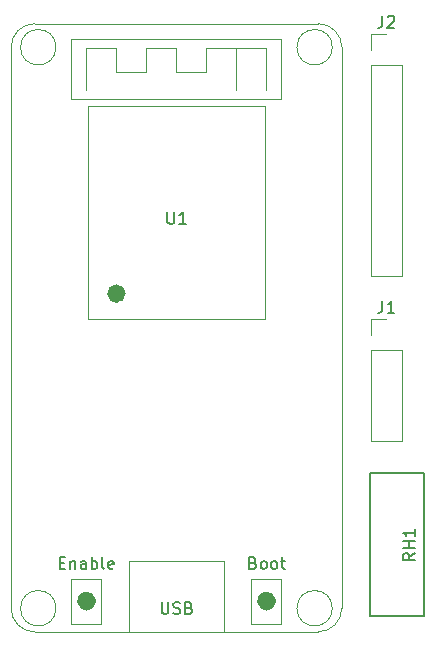
<source format=gbr>
%TF.GenerationSoftware,KiCad,Pcbnew,(5.1.10)-1*%
%TF.CreationDate,2021-10-27T11:28:51+02:00*%
%TF.ProjectId,airQualityV2,61697251-7561-46c6-9974-7956322e6b69,rev?*%
%TF.SameCoordinates,Original*%
%TF.FileFunction,Legend,Top*%
%TF.FilePolarity,Positive*%
%FSLAX46Y46*%
G04 Gerber Fmt 4.6, Leading zero omitted, Abs format (unit mm)*
G04 Created by KiCad (PCBNEW (5.1.10)-1) date 2021-10-27 11:28:51*
%MOMM*%
%LPD*%
G01*
G04 APERTURE LIST*
%ADD10C,0.120000*%
%ADD11C,0.800000*%
%ADD12C,1.000000*%
%ADD13C,0.150000*%
G04 APERTURE END LIST*
D10*
%TO.C,U1*%
X168940000Y-123470000D02*
G75*
G02*
X166940000Y-125470000I-2000000J0D01*
G01*
X142940000Y-125470000D02*
G75*
G02*
X140940000Y-123470000I0J2000000D01*
G01*
X140940000Y-75970000D02*
G75*
G02*
X142940000Y-73970000I2000000J0D01*
G01*
X166940000Y-73970000D02*
G75*
G02*
X168940000Y-75970000I0J-2000000D01*
G01*
X144740000Y-75970000D02*
G75*
G03*
X144740000Y-75970000I-1500000J0D01*
G01*
X168140000Y-75970000D02*
G75*
G03*
X168140000Y-75970000I-1500000J0D01*
G01*
X168940000Y-123470000D02*
X168940000Y-75970000D01*
X140940000Y-75970000D02*
X140940000Y-123470000D01*
X142940000Y-125470000D02*
X166940000Y-125470000D01*
X142940000Y-73970000D02*
X166940000Y-73970000D01*
X144740000Y-123470000D02*
G75*
G03*
X144740000Y-123470000I-1500000J0D01*
G01*
X168140000Y-123470000D02*
G75*
G03*
X168140000Y-123470000I-1500000J0D01*
G01*
X150940000Y-119470000D02*
X150940000Y-125470000D01*
X158940000Y-119470000D02*
X158940000Y-125470000D01*
X150940000Y-119470000D02*
X158940000Y-119470000D01*
X146050000Y-75240000D02*
X163830000Y-75240000D01*
X163830000Y-75240000D02*
X163830000Y-80320000D01*
X163830000Y-80320000D02*
X146050000Y-80320000D01*
X146050000Y-80320000D02*
X146050000Y-75240000D01*
X147320000Y-79558000D02*
X147320000Y-76002000D01*
X147320000Y-76002000D02*
X149860000Y-76002000D01*
X149860000Y-76002000D02*
X149860000Y-78034000D01*
X149860000Y-78034000D02*
X152400000Y-78034000D01*
X152400000Y-78034000D02*
X152400000Y-76002000D01*
X152400000Y-76002000D02*
X154940000Y-76002000D01*
X154940000Y-76002000D02*
X154940000Y-78034000D01*
X154940000Y-78034000D02*
X157480000Y-78034000D01*
X157480000Y-78034000D02*
X157480000Y-76002000D01*
X157480000Y-76002000D02*
X162560000Y-76002000D01*
X162560000Y-76002000D02*
X162560000Y-79558000D01*
X160020000Y-76002000D02*
X160020000Y-79558000D01*
X147440000Y-80970000D02*
X162440000Y-80970000D01*
X162440000Y-80970000D02*
X162440000Y-98970000D01*
X162440000Y-98970000D02*
X147440000Y-98970000D01*
X147440000Y-98970000D02*
X147440000Y-80970000D01*
D11*
X150260000Y-96830000D02*
G75*
G03*
X150260000Y-96830000I-400000J0D01*
G01*
D10*
X161290000Y-120960000D02*
X163830000Y-120960000D01*
X163830000Y-120960000D02*
X163830000Y-124770000D01*
X163830000Y-124770000D02*
X161290000Y-124770000D01*
X161290000Y-124770000D02*
X161290000Y-120960000D01*
X148590000Y-124770000D02*
X146050000Y-124770000D01*
X146050000Y-124770000D02*
X146050000Y-120960000D01*
X146050000Y-120960000D02*
X148590000Y-120960000D01*
X148590000Y-120960000D02*
X148590000Y-124770000D01*
D12*
X147620000Y-122865000D02*
G75*
G03*
X147620000Y-122865000I-300000J0D01*
G01*
X162860000Y-122865000D02*
G75*
G03*
X162860000Y-122865000I-300000J0D01*
G01*
D13*
%TO.C,RH1*%
X171370000Y-124160000D02*
X171370000Y-112060000D01*
X171370000Y-112060000D02*
X175870000Y-112060000D01*
X175870000Y-112060000D02*
X175870000Y-124160000D01*
X175870000Y-124160000D02*
X171370000Y-124160000D01*
D10*
%TO.C,J2*%
X171390000Y-95310000D02*
X174050000Y-95310000D01*
X171390000Y-77470000D02*
X171390000Y-95310000D01*
X174050000Y-77470000D02*
X174050000Y-95310000D01*
X171390000Y-77470000D02*
X174050000Y-77470000D01*
X171390000Y-76200000D02*
X171390000Y-74870000D01*
X171390000Y-74870000D02*
X172720000Y-74870000D01*
%TO.C,J1*%
X171390000Y-109280000D02*
X174050000Y-109280000D01*
X171390000Y-101600000D02*
X171390000Y-109280000D01*
X174050000Y-101600000D02*
X174050000Y-109280000D01*
X171390000Y-101600000D02*
X174050000Y-101600000D01*
X171390000Y-100330000D02*
X171390000Y-99000000D01*
X171390000Y-99000000D02*
X172720000Y-99000000D01*
%TO.C,U1*%
D13*
X154178095Y-89932380D02*
X154178095Y-90741904D01*
X154225714Y-90837142D01*
X154273333Y-90884761D01*
X154368571Y-90932380D01*
X154559047Y-90932380D01*
X154654285Y-90884761D01*
X154701904Y-90837142D01*
X154749523Y-90741904D01*
X154749523Y-89932380D01*
X155749523Y-90932380D02*
X155178095Y-90932380D01*
X155463809Y-90932380D02*
X155463809Y-89932380D01*
X155368571Y-90075238D01*
X155273333Y-90170476D01*
X155178095Y-90218095D01*
X145058095Y-119618571D02*
X145391428Y-119618571D01*
X145534285Y-120142380D02*
X145058095Y-120142380D01*
X145058095Y-119142380D01*
X145534285Y-119142380D01*
X145962857Y-119475714D02*
X145962857Y-120142380D01*
X145962857Y-119570952D02*
X146010476Y-119523333D01*
X146105714Y-119475714D01*
X146248571Y-119475714D01*
X146343809Y-119523333D01*
X146391428Y-119618571D01*
X146391428Y-120142380D01*
X147296190Y-120142380D02*
X147296190Y-119618571D01*
X147248571Y-119523333D01*
X147153333Y-119475714D01*
X146962857Y-119475714D01*
X146867619Y-119523333D01*
X147296190Y-120094761D02*
X147200952Y-120142380D01*
X146962857Y-120142380D01*
X146867619Y-120094761D01*
X146820000Y-119999523D01*
X146820000Y-119904285D01*
X146867619Y-119809047D01*
X146962857Y-119761428D01*
X147200952Y-119761428D01*
X147296190Y-119713809D01*
X147772380Y-120142380D02*
X147772380Y-119142380D01*
X147772380Y-119523333D02*
X147867619Y-119475714D01*
X148058095Y-119475714D01*
X148153333Y-119523333D01*
X148200952Y-119570952D01*
X148248571Y-119666190D01*
X148248571Y-119951904D01*
X148200952Y-120047142D01*
X148153333Y-120094761D01*
X148058095Y-120142380D01*
X147867619Y-120142380D01*
X147772380Y-120094761D01*
X148820000Y-120142380D02*
X148724761Y-120094761D01*
X148677142Y-119999523D01*
X148677142Y-119142380D01*
X149581904Y-120094761D02*
X149486666Y-120142380D01*
X149296190Y-120142380D01*
X149200952Y-120094761D01*
X149153333Y-119999523D01*
X149153333Y-119618571D01*
X149200952Y-119523333D01*
X149296190Y-119475714D01*
X149486666Y-119475714D01*
X149581904Y-119523333D01*
X149629523Y-119618571D01*
X149629523Y-119713809D01*
X149153333Y-119809047D01*
X161440952Y-119618571D02*
X161583809Y-119666190D01*
X161631428Y-119713809D01*
X161679047Y-119809047D01*
X161679047Y-119951904D01*
X161631428Y-120047142D01*
X161583809Y-120094761D01*
X161488571Y-120142380D01*
X161107619Y-120142380D01*
X161107619Y-119142380D01*
X161440952Y-119142380D01*
X161536190Y-119190000D01*
X161583809Y-119237619D01*
X161631428Y-119332857D01*
X161631428Y-119428095D01*
X161583809Y-119523333D01*
X161536190Y-119570952D01*
X161440952Y-119618571D01*
X161107619Y-119618571D01*
X162250476Y-120142380D02*
X162155238Y-120094761D01*
X162107619Y-120047142D01*
X162060000Y-119951904D01*
X162060000Y-119666190D01*
X162107619Y-119570952D01*
X162155238Y-119523333D01*
X162250476Y-119475714D01*
X162393333Y-119475714D01*
X162488571Y-119523333D01*
X162536190Y-119570952D01*
X162583809Y-119666190D01*
X162583809Y-119951904D01*
X162536190Y-120047142D01*
X162488571Y-120094761D01*
X162393333Y-120142380D01*
X162250476Y-120142380D01*
X163155238Y-120142380D02*
X163060000Y-120094761D01*
X163012380Y-120047142D01*
X162964761Y-119951904D01*
X162964761Y-119666190D01*
X163012380Y-119570952D01*
X163060000Y-119523333D01*
X163155238Y-119475714D01*
X163298095Y-119475714D01*
X163393333Y-119523333D01*
X163440952Y-119570952D01*
X163488571Y-119666190D01*
X163488571Y-119951904D01*
X163440952Y-120047142D01*
X163393333Y-120094761D01*
X163298095Y-120142380D01*
X163155238Y-120142380D01*
X163774285Y-119475714D02*
X164155238Y-119475714D01*
X163917142Y-119142380D02*
X163917142Y-119999523D01*
X163964761Y-120094761D01*
X164060000Y-120142380D01*
X164155238Y-120142380D01*
X153678095Y-122952380D02*
X153678095Y-123761904D01*
X153725714Y-123857142D01*
X153773333Y-123904761D01*
X153868571Y-123952380D01*
X154059047Y-123952380D01*
X154154285Y-123904761D01*
X154201904Y-123857142D01*
X154249523Y-123761904D01*
X154249523Y-122952380D01*
X154678095Y-123904761D02*
X154820952Y-123952380D01*
X155059047Y-123952380D01*
X155154285Y-123904761D01*
X155201904Y-123857142D01*
X155249523Y-123761904D01*
X155249523Y-123666666D01*
X155201904Y-123571428D01*
X155154285Y-123523809D01*
X155059047Y-123476190D01*
X154868571Y-123428571D01*
X154773333Y-123380952D01*
X154725714Y-123333333D01*
X154678095Y-123238095D01*
X154678095Y-123142857D01*
X154725714Y-123047619D01*
X154773333Y-123000000D01*
X154868571Y-122952380D01*
X155106666Y-122952380D01*
X155249523Y-123000000D01*
X156011428Y-123428571D02*
X156154285Y-123476190D01*
X156201904Y-123523809D01*
X156249523Y-123619047D01*
X156249523Y-123761904D01*
X156201904Y-123857142D01*
X156154285Y-123904761D01*
X156059047Y-123952380D01*
X155678095Y-123952380D01*
X155678095Y-122952380D01*
X156011428Y-122952380D01*
X156106666Y-123000000D01*
X156154285Y-123047619D01*
X156201904Y-123142857D01*
X156201904Y-123238095D01*
X156154285Y-123333333D01*
X156106666Y-123380952D01*
X156011428Y-123428571D01*
X155678095Y-123428571D01*
%TO.C,RH1*%
X175122380Y-118800476D02*
X174646190Y-119133809D01*
X175122380Y-119371904D02*
X174122380Y-119371904D01*
X174122380Y-118990952D01*
X174170000Y-118895714D01*
X174217619Y-118848095D01*
X174312857Y-118800476D01*
X174455714Y-118800476D01*
X174550952Y-118848095D01*
X174598571Y-118895714D01*
X174646190Y-118990952D01*
X174646190Y-119371904D01*
X175122380Y-118371904D02*
X174122380Y-118371904D01*
X174598571Y-118371904D02*
X174598571Y-117800476D01*
X175122380Y-117800476D02*
X174122380Y-117800476D01*
X175122380Y-116800476D02*
X175122380Y-117371904D01*
X175122380Y-117086190D02*
X174122380Y-117086190D01*
X174265238Y-117181428D01*
X174360476Y-117276666D01*
X174408095Y-117371904D01*
%TO.C,J2*%
X172386666Y-73322380D02*
X172386666Y-74036666D01*
X172339047Y-74179523D01*
X172243809Y-74274761D01*
X172100952Y-74322380D01*
X172005714Y-74322380D01*
X172815238Y-73417619D02*
X172862857Y-73370000D01*
X172958095Y-73322380D01*
X173196190Y-73322380D01*
X173291428Y-73370000D01*
X173339047Y-73417619D01*
X173386666Y-73512857D01*
X173386666Y-73608095D01*
X173339047Y-73750952D01*
X172767619Y-74322380D01*
X173386666Y-74322380D01*
%TO.C,J1*%
X172386666Y-97452380D02*
X172386666Y-98166666D01*
X172339047Y-98309523D01*
X172243809Y-98404761D01*
X172100952Y-98452380D01*
X172005714Y-98452380D01*
X173386666Y-98452380D02*
X172815238Y-98452380D01*
X173100952Y-98452380D02*
X173100952Y-97452380D01*
X173005714Y-97595238D01*
X172910476Y-97690476D01*
X172815238Y-97738095D01*
%TD*%
M02*

</source>
